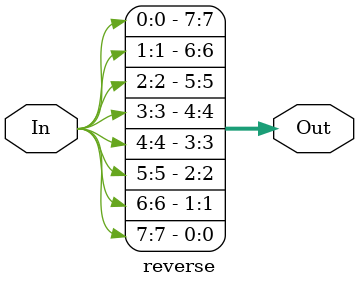
<source format=v>
/*
    CO 224 : Lab 06
    module for reverse the 8 bit input : using for do shift_left using shift_right module
    E/16/069
*/
`timescale 1ns/100ps

module reverse(In, Out);

    // port declaration
    input [7:0] In;
    output reg [7:0] Out;

    always @(In)
    begin
        Out[0] = In[7];
        Out[1] = In[6];
        Out[2] = In[5];
        Out[3] = In[4];
        Out[4] = In[3];
        Out[5] = In[2];
        Out[6] = In[1];
        Out[7] = In[0];
    end
endmodule
</source>
